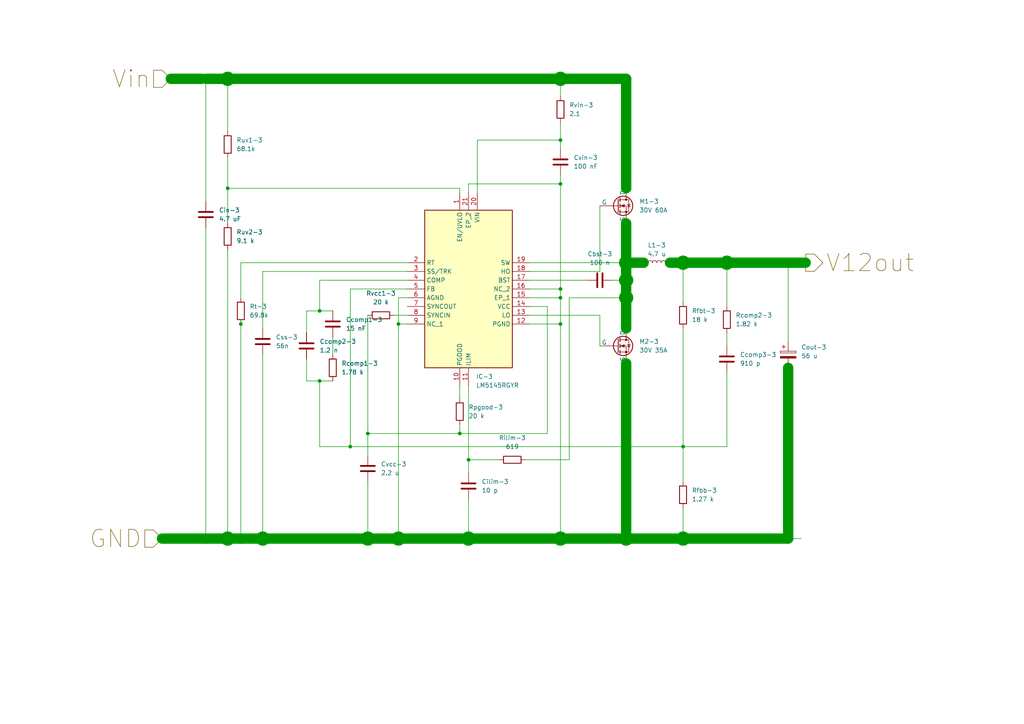
<source format=kicad_sch>
(kicad_sch (version 20230121) (generator eeschema)
  (paper "A4")
  (lib_symbols
    (symbol "Device:C" (pin_numbers hide) (pin_names (offset 0.254))
      (property "Reference" "C" (at 0.635 2.54 0))
      (property "Value" "C" (at 0.635 -2.54 0))
      (symbol "C_0_1"
        (polyline (pts (xy -2.032 -0.762) (xy 2.032 -0.762)) (stroke (width 0.508)))
        (polyline (pts (xy -2.032 0.762) (xy 2.032 0.762)) (stroke (width 0.508)))
      )
      (symbol "C_1_1"
        (pin passive line (at 0 3.81 270) (length 2.794) (name "~") (number "1"))
        (pin passive line (at 0 -3.81 90) (length 2.794) (name "~") (number "2"))
      )
    )
    (symbol "Device:C_Polarized" (pin_numbers hide) (pin_names (offset 0.254))
      (property "Reference" "C" (at 0.635 2.54 0))
      (property "Value" "C_Polarized" (at 0.635 -2.54 0))
      (symbol "C_Polarized_0_1"
        (rectangle (start -2.286 0.508) (end 2.286 1.016))
        (polyline (pts (xy -1.778 2.286) (xy -0.762 2.286)))
        (polyline (pts (xy -1.27 2.794) (xy -1.27 1.778)))
        (rectangle (start 2.286 -0.508) (end -2.286 -1.016) (fill (type outline)))
      )
      (symbol "C_Polarized_1_1"
        (pin passive line (at 0 3.81 270) (length 2.794) (name "~") (number "1"))
        (pin passive line (at 0 -3.81 90) (length 2.794) (name "~") (number "2"))
      )
    )
    (symbol "Device:L" (pin_numbers hide) (pin_names (offset 1.016) hide)
      (property "Reference" "L" (at -1.27 0 90))
      (property "Value" "L" (at 1.905 0 90))
      (symbol "L_0_1"
        (arc (start 0 -2.54) (mid 0.6323 -1.905) (end 0 -1.27))
        (arc (start 0 -1.27) (mid 0.6323 -0.635) (end 0 0))
        (arc (start 0 0) (mid 0.6323 0.635) (end 0 1.27))
        (arc (start 0 1.27) (mid 0.6323 1.905) (end 0 2.54))
      )
      (symbol "L_1_1"
        (pin passive line (at 0 3.81 270) (length 1.27) (name "1") (number "1"))
        (pin passive line (at 0 -3.81 90) (length 1.27) (name "2") (number "2"))
      )
    )
    (symbol "Device:R" (pin_numbers hide) (pin_names (offset 0))
      (property "Reference" "R" (at 2.032 0 90))
      (property "Value" "R" (at 0 0 90))
      (symbol "R_0_1"
        (rectangle (start -1.016 -2.54) (end 1.016 2.54) (stroke (width 0.254)))
      )
      (symbol "R_1_1"
        (pin passive line (at 0 3.81 270) (length 1.27) (name "~") (number "1"))
        (pin passive line (at 0 -3.81 90) (length 1.27) (name "~") (number "2"))
      )
    )
    (symbol "New_Library:LM5145RGYR"
      (property "Reference" "IC" (at 31.75 20.32 0))
      (property "Value" "LM5145RGYR" (at 31.75 17.78 0))
      (symbol "LM5145RGYR_1_1"
        (rectangle (start 5.08 15.24) (end 30.48 -30.48) (stroke (width 0.254)) (fill (type background)))
        (pin passive line (at 15.24 20.32 270) (length 5.08) (name "EN/UVLO") (number "1"))
        (pin passive line (at 15.24 -35.56 90) (length 5.08) (name "PGOOD") (number "10"))
        (pin passive line (at 17.78 -35.56 90) (length 5.08) (name "ILIM") (number "11"))
        (pin passive line (at 35.56 -17.78 180) (length 5.08) (name "PGND") (number "12"))
        (pin passive line (at 35.56 -15.24 180) (length 5.08) (name "LO") (number "13"))
        (pin passive line (at 35.56 -12.7 180) (length 5.08) (name "VCC") (number "14"))
        (pin passive line (at 35.56 -10.16 180) (length 5.08) (name "EP_1") (number "15"))
        (pin passive line (at 35.56 -7.62 180) (length 5.08) (name "NC_2") (number "16"))
        (pin passive line (at 35.56 -5.08 180) (length 5.08) (name "BST") (number "17"))
        (pin passive line (at 35.56 -2.54 180) (length 5.08) (name "HO") (number "18"))
        (pin passive line (at 35.56 0 180) (length 5.08) (name "SW") (number "19"))
        (pin passive line (at 0 0 0) (length 5.08) (name "RT") (number "2"))
        (pin passive line (at 20.32 20.32 270) (length 5.08) (name "VIN") (number "20"))
        (pin passive line (at 17.78 20.32 270) (length 5.08) (name "EP_2") (number "21"))
        (pin passive line (at 0 -2.54 0) (length 5.08) (name "SS/TRK") (number "3"))
        (pin passive line (at 0 -5.08 0) (length 5.08) (name "COMP") (number "4"))
        (pin passive line (at 0 -7.62 0) (length 5.08) (name "FB") (number "5"))
        (pin passive line (at 0 -10.16 0) (length 5.08) (name "AGND") (number "6"))
        (pin passive line (at 0 -12.7 0) (length 5.08) (name "SYNCOUT") (number "7"))
        (pin passive line (at 0 -15.24 0) (length 5.08) (name "SYNCIN") (number "8"))
        (pin passive line (at 0 -17.78 0) (length 5.08) (name "NC_1") (number "9"))
      )
    )
    (symbol "Simulation_SPICE:NMOS" (pin_numbers hide) (pin_names (offset 0))
      (property "Reference" "Q" (at 5.08 1.27 0))
      (property "Value" "NMOS" (at 5.08 -1.27 0))
      (symbol "NMOS_0_1"
        (polyline (pts (xy 0.254 0) (xy -2.54 0)))
        (polyline (pts (xy 0.254 1.905) (xy 0.254 -1.905)) (stroke (width 0.254)))
        (polyline (pts (xy 0.762 -1.27) (xy 0.762 -2.286)) (stroke (width 0.254)))
        (polyline (pts (xy 0.762 0.508) (xy 0.762 -0.508)) (stroke (width 0.254)))
        (polyline (pts (xy 0.762 2.286) (xy 0.762 1.27)) (stroke (width 0.254)))
        (polyline (pts (xy 2.54 2.54) (xy 2.54 1.778)))
        (polyline (pts (xy 2.54 -2.54) (xy 2.54 0) (xy 0.762 0)))
        (polyline (pts (xy 0.762 -1.778) (xy 3.302 -1.778) (xy 3.302 1.778) (xy 0.762 1.778)))
        (polyline (pts (xy 1.016 0) (xy 2.032 0.381) (xy 2.032 -0.381) (xy 1.016 0)) (fill (type outline)))
        (polyline (pts (xy 2.794 0.508) (xy 2.921 0.381) (xy 3.683 0.381) (xy 3.81 0.254)))
        (polyline (pts (xy 3.302 0.381) (xy 2.921 -0.254) (xy 3.683 -0.254) (xy 3.302 0.381)))
        (circle (center 1.651 0) (radius 2.794) (stroke (width 0.254)))
        (circle (center 2.54 -1.778) (radius 0.254) (fill (type outline)))
        (circle (center 2.54 1.778) (radius 0.254) (fill (type outline)))
      )
      (symbol "NMOS_1_1"
        (pin passive line (at 2.54 5.08 270) (length 2.54) (name "D") (number "1"))
        (pin input line (at -5.08 0 0) (length 2.54) (name "G") (number "2"))
        (pin passive line (at 2.54 -5.08 90) (length 2.54) (name "S") (number "3"))
      )
    )
  )
  (junction (at 228.6 156.21))
  (junction (at 162.56 40.64))
  (junction (at 135.89 133.35))
  (junction (at 115.57 93.98))
  (junction (at 181.61 76.2) (diameter 4))
  (junction (at 133.35 125.73))
  (junction (at 66.04 22.86) (diameter 4))
  (junction (at 106.68 125.73))
  (junction (at 66.04 156.21) (diameter 4))
  (junction (at 210.82 76.2) (diameter 4))
  (junction (at 228.6 76.2))
  (junction (at 69.85 156.21))
  (junction (at 66.04 54.61))
  (junction (at 76.2 156.21) (diameter 4))
  (junction (at 162.56 93.98))
  (junction (at 69.85 93.98))
  (junction (at 198.12 156.21) (diameter 4))
  (junction (at 92.71 90.17))
  (junction (at 162.56 53.34))
  (junction (at 162.56 86.36))
  (junction (at 181.61 86.36) (diameter 4))
  (junction (at 181.61 156.21) (diameter 4))
  (junction (at 181.61 81.28) (diameter 4))
  (junction (at 198.12 76.2) (diameter 4))
  (junction (at 162.56 83.82))
  (junction (at 198.12 129.54))
  (junction (at 162.56 22.86) (diameter 4))
  (junction (at 115.57 156.21) (diameter 4))
  (junction (at 92.71 110.49))
  (junction (at 59.69 156.21))
  (junction (at 135.89 156.21) (diameter 4))
  (junction (at 106.68 156.21) (diameter 4))
  (junction (at 162.56 156.21) (diameter 4))
  (junction (at 101.6 129.54))
  (wire (pts (xy 138.43 40.64) (xy 162.56 40.64)))
  (wire (pts (xy 153.67 88.9) (xy 158.75 88.9)))
  (wire (pts (xy 69.85 156.21) (xy 76.2 156.21)) (stroke (width 3)))
  (wire (pts (xy 177.8 81.28) (xy 181.61 81.28)))
  (wire (pts (xy 46.99 156.21) (xy 59.69 156.21)) (stroke (width 3)))
  (wire (pts (xy 115.57 156.21) (xy 135.89 156.21)) (stroke (width 3)))
  (wire (pts (xy 135.89 133.35) (xy 144.78 133.35)))
  (wire (pts (xy 115.57 93.98) (xy 115.57 156.21)))
  (wire (pts (xy 198.12 156.21) (xy 228.6 156.21)) (stroke (width 3)))
  (wire (pts (xy 69.85 93.98) (xy 69.85 156.21)))
  (wire (pts (xy 92.71 90.17) (xy 88.9 90.17)))
  (wire (pts (xy 228.6 156.21) (xy 232.41 156.21)))
  (wire (pts (xy 101.6 129.54) (xy 92.71 129.54)))
  (wire (pts (xy 153.67 93.98) (xy 162.56 93.98)))
  (wire (pts (xy 133.35 111.76) (xy 133.35 115.57)))
  (wire (pts (xy 210.82 107.95) (xy 210.82 129.54)))
  (wire (pts (xy 135.89 55.88) (xy 135.89 53.34)))
  (wire (pts (xy 88.9 104.14) (xy 88.9 110.49)))
  (wire (pts (xy 162.56 35.56) (xy 162.56 40.64)))
  (wire (pts (xy 210.82 96.52) (xy 210.82 100.33)))
  (wire (pts (xy 88.9 110.49) (xy 92.71 110.49)))
  (wire (pts (xy 69.85 92.71) (xy 69.85 93.98)))
  (wire (pts (xy 162.56 86.36) (xy 162.56 93.98)))
  (wire (pts (xy 152.4 133.35) (xy 165.1 133.35)))
  (wire (pts (xy 118.11 83.82) (xy 101.6 83.82)))
  (wire (pts (xy 106.68 156.21) (xy 115.57 156.21)) (stroke (width 3)))
  (wire (pts (xy 228.6 76.2) (xy 228.6 99.06)))
  (wire (pts (xy 66.04 22.86) (xy 66.04 38.1)))
  (wire (pts (xy 118.11 78.74) (xy 76.2 78.74)))
  (wire (pts (xy 198.12 147.32) (xy 198.12 156.21)))
  (wire (pts (xy 162.56 50.8) (xy 162.56 53.34)))
  (wire (pts (xy 181.61 86.36) (xy 181.61 95.25)) (stroke (width 3)))
  (wire (pts (xy 69.85 76.2) (xy 69.85 86.36)))
  (wire (pts (xy 115.57 86.36) (xy 115.57 93.98)))
  (wire (pts (xy 181.61 156.21) (xy 162.56 156.21)) (stroke (width 3)))
  (wire (pts (xy 133.35 55.88) (xy 133.35 54.61)))
  (wire (pts (xy 106.68 125.73) (xy 133.35 125.73)))
  (wire (pts (xy 198.12 129.54) (xy 101.6 129.54)))
  (wire (pts (xy 162.56 93.98) (xy 162.56 156.21)))
  (wire (pts (xy 194.31 76.2) (xy 198.12 76.2)) (stroke (width 3)))
  (wire (pts (xy 162.56 22.86) (xy 66.04 22.86)) (stroke (width 3)))
  (wire (pts (xy 153.67 83.82) (xy 162.56 83.82)))
  (wire (pts (xy 76.2 78.74) (xy 76.2 95.25)))
  (wire (pts (xy 114.3 91.44) (xy 118.11 91.44)))
  (wire (pts (xy 138.43 55.88) (xy 138.43 40.64)))
  (wire (pts (xy 135.89 144.78) (xy 135.89 156.21)))
  (wire (pts (xy 173.99 78.74) (xy 153.67 78.74)))
  (wire (pts (xy 173.99 100.33) (xy 173.99 91.44)))
  (wire (pts (xy 106.68 139.7) (xy 106.68 156.21)))
  (wire (pts (xy 181.61 64.77) (xy 181.61 76.2)) (stroke (width 3)))
  (wire (pts (xy 133.35 123.19) (xy 133.35 125.73)))
  (wire (pts (xy 118.11 76.2) (xy 69.85 76.2)))
  (wire (pts (xy 96.52 90.17) (xy 92.71 90.17)))
  (wire (pts (xy 101.6 83.82) (xy 101.6 129.54)))
  (wire (pts (xy 165.1 86.36) (xy 181.61 86.36)))
  (wire (pts (xy 92.71 110.49) (xy 96.52 110.49)))
  (wire (pts (xy 135.89 133.35) (xy 135.89 137.16)))
  (wire (pts (xy 76.2 102.87) (xy 76.2 156.21)))
  (wire (pts (xy 198.12 76.2) (xy 198.12 87.63)))
  (wire (pts (xy 228.6 106.68) (xy 228.6 156.21)) (stroke (width 3)))
  (wire (pts (xy 118.11 81.28) (xy 92.71 81.28)))
  (wire (pts (xy 210.82 88.9) (xy 210.82 76.2)))
  (wire (pts (xy 158.75 88.9) (xy 158.75 125.73)))
  (wire (pts (xy 66.04 45.72) (xy 66.04 54.61)))
  (wire (pts (xy 210.82 129.54) (xy 198.12 129.54)))
  (wire (pts (xy 181.61 54.61) (xy 181.61 22.86)) (stroke (width 3)))
  (wire (pts (xy 198.12 156.21) (xy 228.6 156.21)))
  (wire (pts (xy 181.61 81.28) (xy 181.61 76.2)) (stroke (width 3)))
  (wire (pts (xy 92.71 129.54) (xy 92.71 110.49)))
  (wire (pts (xy 118.11 86.36) (xy 115.57 86.36)))
  (wire (pts (xy 173.99 59.69) (xy 173.99 78.74)))
  (wire (pts (xy 106.68 91.44) (xy 106.68 125.73)))
  (wire (pts (xy 106.68 125.73) (xy 106.68 132.08)))
  (wire (pts (xy 173.99 91.44) (xy 153.67 91.44)))
  (wire (pts (xy 59.69 156.21) (xy 66.04 156.21)) (stroke (width 3)))
  (wire (pts (xy 88.9 90.17) (xy 88.9 96.52)))
  (wire (pts (xy 210.82 76.2) (xy 228.6 76.2)) (stroke (width 3)))
  (wire (pts (xy 115.57 93.98) (xy 118.11 93.98)))
  (wire (pts (xy 135.89 156.21) (xy 162.56 156.21)) (stroke (width 3)))
  (wire (pts (xy 135.89 111.76) (xy 135.89 133.35)))
  (wire (pts (xy 76.2 156.21) (xy 106.68 156.21)) (stroke (width 3)))
  (wire (pts (xy 133.35 54.61) (xy 66.04 54.61)))
  (wire (pts (xy 96.52 97.79) (xy 96.52 102.87)))
  (wire (pts (xy 66.04 54.61) (xy 66.04 64.77)))
  (wire (pts (xy 181.61 105.41) (xy 181.61 156.21)) (stroke (width 3)))
  (wire (pts (xy 162.56 27.94) (xy 162.56 22.86)))
  (wire (pts (xy 66.04 156.21) (xy 69.85 156.21)) (stroke (width 3)))
  (wire (pts (xy 59.69 22.86) (xy 66.04 22.86)) (stroke (width 3)))
  (wire (pts (xy 198.12 76.2) (xy 210.82 76.2)) (stroke (width 3)))
  (wire (pts (xy 198.12 95.25) (xy 198.12 129.54)))
  (wire (pts (xy 135.89 53.34) (xy 162.56 53.34)))
  (wire (pts (xy 181.61 156.21) (xy 198.12 156.21)) (stroke (width 3)))
  (wire (pts (xy 181.61 76.2) (xy 186.69 76.2)) (stroke (width 3)))
  (wire (pts (xy 92.71 81.28) (xy 92.71 90.17)))
  (wire (pts (xy 69.85 156.21) (xy 72.39 156.21)))
  (wire (pts (xy 66.04 72.39) (xy 66.04 156.21)))
  (wire (pts (xy 181.61 76.2) (xy 153.67 76.2)))
  (wire (pts (xy 162.56 53.34) (xy 162.56 83.82)))
  (wire (pts (xy 162.56 83.82) (xy 162.56 86.36)))
  (wire (pts (xy 165.1 133.35) (xy 165.1 86.36)))
  (wire (pts (xy 162.56 40.64) (xy 162.56 43.18)))
  (wire (pts (xy 153.67 81.28) (xy 170.18 81.28)))
  (wire (pts (xy 59.69 66.04) (xy 59.69 156.21)))
  (wire (pts (xy 181.61 22.86) (xy 162.56 22.86)) (stroke (width 3)))
  (wire (pts (xy 59.69 22.86) (xy 59.69 58.42)))
  (wire (pts (xy 198.12 129.54) (xy 198.12 139.7)))
  (wire (pts (xy 228.6 76.2) (xy 233.68 76.2)) (stroke (width 3)))
  (wire (pts (xy 158.75 125.73) (xy 133.35 125.73)))
  (wire (pts (xy 181.61 81.28) (xy 181.61 86.36)) (stroke (width 3)))
  (wire (pts (xy 153.67 86.36) (xy 162.56 86.36)))
  (wire (pts (xy 49.53 22.86) (xy 58.42 22.86)) (stroke (width 3)))
  (hierarchical_label "V12out" (shape output) (at 233.68 76.2 0) (effects (font (size 5 5))))
  (hierarchical_label "Vin" (shape input) (at 49.53 22.86 180) (effects (font (size 5 5))))
  (hierarchical_label "GND" (shape input) (at 46.99 156.21 180) (effects (font (size 5 5))))
  (symbol (lib_id "Device:R") (at 162.56 31.75 0) (unit 1)
    (property "Reference" "Rvin-3" (at 165.1 30.48 0) (effects (justify left)))
    (property "Value" "2.1" (at 165.1 33.02 0) (effects (justify left)))
    (property "Footprint" "Resistor_SMD:R_0603_1608Metric" (effects hide))
    (property "Manufacturer_Part_Number" "CRCW06032R10FKEA" (effects hide))
  )
  (symbol (lib_id "Device:R") (at 198.12 91.44 0) (unit 1)
    (property "Reference" "Rfbt-3" (at 200.66 90.17 0) (effects (justify left)))
    (property "Value" "18 k" (at 200.66 92.71 0) (effects (justify left)))
    (property "Footprint" "Resistor_SMD:R_0603_1608Metric" (effects hide))
    (property "Manufacturer_Part_Number" "RC0603FR-0718KL" (effects hide))
  )
  (symbol (lib_id "Device:C") (at 210.82 104.14 0) (unit 1)
    (property "Reference" "Ccomp3-3" (at 214.63 102.87 0) (effects (justify left)))
    (property "Value" "910 p" (at 214.63 105.41 0) (effects (justify left)))
    (property "Footprint" "Capacitor_SMD:C_0402_1005Metric" (effects hide))
    (property "Manufacturer_Part_Number" "GRM1555C1H911JA01D" (effects hide))
  )
  (symbol (lib_id "Device:C") (at 106.68 135.89 0) (unit 1)
    (property "Reference" "Cvcc-3" (at 110.49 134.62 0) (effects (justify left)))
    (property "Value" "2.2 u" (at 110.49 137.16 0) (effects (justify left)))
    (property "Footprint" "Capacitor_SMD:C_0402_1005Metric" (effects hide))
    (property "Manufacturer_Part_Number" "C1005X5R1V225K050BC" (effects hide))
  )
  (symbol (lib_id "Device:R") (at 133.35 119.38 0) (unit 1)
    (property "Reference" "Rpgood-3" (at 135.89 118.11 0) (effects (justify left)))
    (property "Value" "20 k" (at 135.89 120.65 0) (effects (justify left)))
    (property "Footprint" "Resistor_SMD:R_0603_1608Metric" (effects hide))
    (property "Manufacturer_Part_Number" "RC0603FR-0720KL" (effects hide))
  )
  (symbol (lib_id "Device:R") (at 198.12 143.51 0) (unit 1)
    (property "Reference" "Rfbb-3" (at 200.66 142.24 0) (effects (justify left)))
    (property "Value" "1.27 k" (at 200.66 144.78 0) (effects (justify left)))
    (property "Footprint" "Resistor_SMD:R_0402_1005Metric" (effects hide))
    (property "Manufacturer_Part_Number" "CRCW04021K27FKED" (effects hide))
  )
  (symbol (lib_id "Device:C") (at 135.89 140.97 0) (unit 1)
    (property "Reference" "Cilim-3" (at 139.7 139.7 0) (effects (justify left)))
    (property "Value" "10 p" (at 139.7 142.24 0) (effects (justify left)))
    (property "Footprint" "Capacitor_SMD:C_0603_1608Metric" (effects hide))
    (property "Manufacturer_Part_Number" "GRM1885C2A100JA01D" (effects hide))
  )
  (symbol (lib_id "Device:R") (at 66.04 41.91 0) (unit 1)
    (property "Reference" "Ruv1-3" (at 68.58 40.64 0) (effects (justify left)))
    (property "Value" "68.1k" (at 68.58 43.18 0) (effects (justify left)))
    (property "Footprint" "Resistor_SMD:R_0201_0603Metric" (effects hide))
    (property "Manufacturer_Part_Number" "RC0201FR-7D68K1L" (effects hide))
  )
  (symbol (lib_id "New_Library:LM5145RGYR") (at 118.11 76.2 0) (unit 1)
    (property "Reference" "IC-3" (at 138.0841 109.22 0) (effects (justify left)))
    (property "Value" "LM5145RGYR" (at 138.0841 111.76 0) (effects (justify left)))
    (property "Footprint" "RGY0020B" (effects hide))
    (property "Datasheet" "http://www.ti.com/lit/ds/symlink/lm5145.pdf?HQS=TI-null-null-mousermode-df-pf-null-wwe&DCM=yes&ref_url=https%3A%2F%2Fwww.mouser.com%2F" (effects hide))
    (property "Manufacturer_Name" "Texas Instruments" (effects hide))
    (property "Manufacturer_Part_Number" "LM5145RGYR" (effects hide))
    (property "Mouser Part Number" "595-LM5145RGYR" (effects hide))
    (property "Mouser Price/Stock" "https://www.mouser.co.uk/ProductDetail/Texas-Instruments/LM5145RGYR?qs=gt1LBUVyoHkKVoSLabi7ZQ%3D%3D" (effects hide))
    (property "Arrow Part Number" "LM5145RGYR" (effects hide))
    (property "Arrow Price/Stock" "https://www.arrow.com/en/products/lm5145rgyr/texas-instruments?region=nac" (effects hide))
    (property "Sim.Library" "LM5145_TRANS.LIB" (effects hide))
    (property "Sim.Name" "LM5145_TRANS" (effects hide))
    (property "Sim.Device" "SUBCKT" (effects hide))
    (property "Sim.Pins" "1=AGND 2=BST 3=COMP 4=EN_UVLO 5=EP 6=EP2 7=FB 8=HO 9=ILIM 10=LO 11=NC1 12=NC2 13=PGND 14=PGOOD 15=RT 16=SS_TRK 17=SW 18=SYNCIN 19=SYNCOUT 20=VCC 21=VIN" (effects hide))
  )
  (symbol (lib_id "Device:C_Polarized") (at 228.6 102.87 0) (unit 1)
    (property "Reference" "Cout-3" (at 232.41 100.711 0) (effects (justify left)))
    (property "Value" "56 u" (at 232.41 103.251 0) (effects (justify left)))
    (property "Footprint" "Capacitor_THT:C_Radial_D6.3mm_H5.0mm_P2.50mm" (effects hide))
    (property "Manufacturer_Part_Number" "APSG250ELL560MF05S" (effects hide))
  )
  (symbol (lib_id "Device:C") (at 173.99 81.28 90) (unit 1)
    (property "Reference" "Cbst-3" (at 173.99 73.66 90))
    (property "Value" "100 n" (at 173.99 76.2 90))
    (property "Footprint" "Capacitor_SMD:C_0603_1608Metric" (effects hide))
    (property "Manufacturer_Part_Number" "GRM188R61E104KA01D" (effects hide))
  )
  (symbol (lib_id "Device:R") (at 69.85 90.17 0) (unit 1)
    (property "Reference" "Rt-3" (at 72.39 88.9 0) (effects (justify left)))
    (property "Value" "69.8k" (at 72.39 91.44 0) (effects (justify left)))
    (property "Footprint" "Resistor_SMD:R_0402_1005Metric" (effects hide))
    (property "Manufacturer_Part_Number" "CRCW040269K8FKED" (effects hide))
  )
  (symbol (lib_id "Device:C") (at 88.9 100.33 180) (unit 1)
    (property "Reference" "Ccomp2-3" (at 92.71 99.06 0) (effects (justify right)))
    (property "Value" "1.2 n" (at 92.71 101.6 0) (effects (justify right)))
    (property "Footprint" "Capacitor_SMD:C_0402_1005Metric" (effects hide))
    (property "Manufacturer_Part_Number" "GRM155R71H122KA01D" (effects hide))
  )
  (symbol (lib_id "Device:L") (at 190.5 76.2 90) (unit 1)
    (property "Reference" "L1-3" (at 190.5 71.12 90))
    (property "Value" "4.7 u" (at 190.5 73.66 90))
    (property "Footprint" "Library:A3mmCoil" (effects hide))
    (property "Manufacturer_Part_Number" "R=15,L=2.145,N=11,d=1.95, Rwire=1.68 mOhm" (effects hide))
  )
  (symbol (lib_id "Device:R") (at 96.52 106.68 180) (unit 1)
    (property "Reference" "Rcomp1-3" (at 99.06 105.41 0) (effects (justify right)))
    (property "Value" "1.78 k" (at 99.06 107.95 0) (effects (justify right)))
    (property "Footprint" "Resistor_SMD:R_0402_1005Metric" (effects hide))
    (property "Manufacturer_Part_Number" "CRCW04021K78FKED" (effects hide))
  )
  (symbol (lib_id "Device:R") (at 110.49 91.44 90) (unit 1)
    (property "Reference" "Rvcc1-3" (at 110.49 85.09 90))
    (property "Value" "20 k" (at 110.49 87.63 90))
    (property "Footprint" "Resistor_SMD:R_0603_1608Metric" (effects hide))
    (property "Manufacturer_Part_Number" "RC0603FR-0720KL" (effects hide))
  )
  (symbol (lib_id "Simulation_SPICE:NMOS") (at 179.07 59.69 0) (unit 1)
    (property "Reference" "M1-3" (at 185.42 58.42 0) (effects (justify left)))
    (property "Value" "30V 60A" (at 185.42 60.96 0) (effects (justify left)))
    (property "Footprint" "Library:TO545P521X1594X2566-3P" (effects hide))
    (property "Datasheet" "https://ngspice.sourceforge.io/docs/ngspice-manual.pdf" (effects hide))
    (property "Sim.Device" "NMOS" (effects hide))
    (property "Sim.Type" "VDMOS" (effects hide))
    (property "Sim.Pins" "1=D 2=G 3=S" (effects hide))
    (property "Manufacturer_Part_Number" "IXFX360N10T" (effects hide))
  )
  (symbol (lib_id "Device:C") (at 162.56 46.99 0) (unit 1)
    (property "Reference" "Cvin-3" (at 166.37 45.72 0) (effects (justify left)))
    (property "Value" "100 nF" (at 166.37 48.26 0) (effects (justify left)))
    (property "Footprint" "Capacitor_SMD:C_0603_1608Metric" (effects hide))
    (property "Manufacturer_Part_Number" "CGA3E2X7R1H104K080AA" (effects hide))
  )
  (symbol (lib_id "Simulation_SPICE:NMOS") (at 179.07 100.33 0) (unit 1)
    (property "Reference" "M2-3" (at 185.42 99.06 0) (effects (justify left)))
    (property "Value" "30V 35A" (at 185.42 101.6 0) (effects (justify left)))
    (property "Footprint" "Library:TO545P521X1594X2566-3P" (effects hide))
    (property "Datasheet" "https://ngspice.sourceforge.io/docs/ngspice-manual.pdf" (effects hide))
    (property "Sim.Device" "NMOS" (effects hide))
    (property "Sim.Type" "VDMOS" (effects hide))
    (property "Sim.Pins" "1=D 2=G 3=S" (effects hide))
    (property "Manufacturer_Part_Number" "IXFX360N10T" (effects hide))
  )
  (symbol (lib_id "Device:C") (at 59.69 62.23 0) (unit 1)
    (property "Reference" "Cin-3" (at 63.5 60.96 0) (effects (justify left)))
    (property "Value" "4.7 uF" (at 63.5 63.5 0) (effects (justify left)))
    (property "Footprint" "Capacitor_SMD:C_1210_3225Metric" (effects hide))
    (property "Manufacturer_Part_Number" "GRM32ER71H475KA88L" (effects hide))
  )
  (symbol (lib_id "Device:R") (at 210.82 92.71 0) (unit 1)
    (property "Reference" "Rcomp2-3" (at 213.36 91.44 0) (effects (justify left)))
    (property "Value" "1.82 k" (at 213.36 93.98 0) (effects (justify left)))
    (property "Footprint" "Resistor_SMD:R_0402_1005Metric" (effects hide))
    (property "Manufacturer_Part_Number" "CRCW04021K82FKED" (effects hide))
  )
  (symbol (lib_id "Device:C") (at 76.2 99.06 0) (unit 1)
    (property "Reference" "Css-3" (at 80.01 97.79 0) (effects (justify left)))
    (property "Value" "56n" (at 80.01 100.33 0) (effects (justify left)))
    (property "Footprint" "Capacitor_SMD:C_0402_1005Metric" (effects hide))
    (property "Manufacturer_Part_Number" "GRM155R71C563KA88D" (effects hide))
  )
  (symbol (lib_id "Device:R") (at 66.04 68.58 0) (unit 1)
    (property "Reference" "Ruv2-3" (at 68.58 67.31 0) (effects (justify left)))
    (property "Value" "9.1 k" (at 68.58 69.85 0) (effects (justify left)))
    (property "Footprint" "Resistor_SMD:R_0603_1608Metric" (effects hide))
    (property "Manufacturer_Part_Number" "RC0603FR-079K1L" (effects hide))
  )
  (symbol (lib_id "Device:R") (at 148.59 133.35 90) (unit 1)
    (property "Reference" "Rilim-3" (at 148.59 127 90))
    (property "Value" "619" (at 148.59 129.54 90))
    (property "Footprint" "Resistor_SMD:R_0402_1005Metric" (effects hide))
    (property "Manufacturer_Part_Number" "CRCW0402619RFKED" (effects hide))
  )
  (symbol (lib_id "Device:C") (at 96.52 93.98 180) (unit 1)
    (property "Reference" "Ccomp1-3" (at 100.33 92.71 0) (effects (justify right)))
    (property "Value" "15 nF" (at 100.33 95.25 0) (effects (justify right)))
    (property "Footprint" "Capacitor_SMD:C_0402_1005Metric" (effects hide))
    (property "Manufacturer_Part_Number" "GRM155R71C153KA01D" (effects hide))
  )
)
</source>
